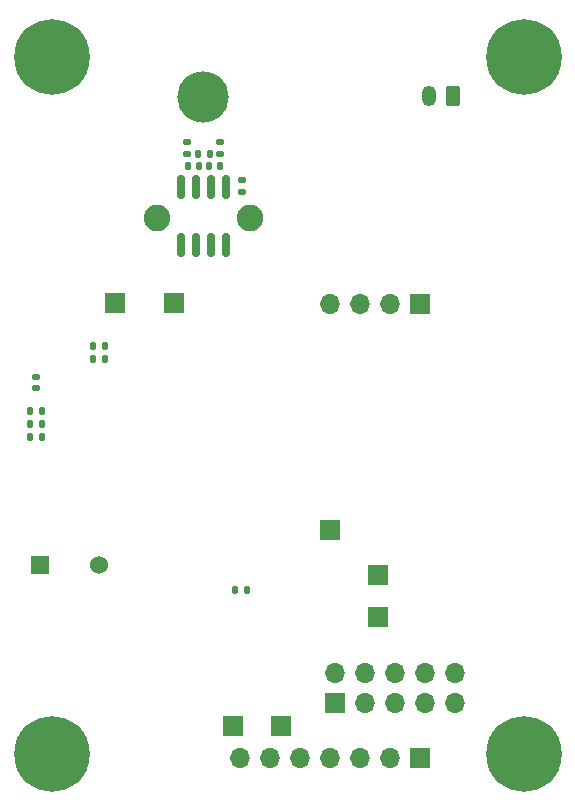
<source format=gbs>
G04 #@! TF.GenerationSoftware,KiCad,Pcbnew,7.0.6*
G04 #@! TF.CreationDate,2024-05-29T18:09:33+12:00*
G04 #@! TF.ProjectId,flight_computer,666c6967-6874-45f6-936f-6d7075746572,rev?*
G04 #@! TF.SameCoordinates,Original*
G04 #@! TF.FileFunction,Soldermask,Bot*
G04 #@! TF.FilePolarity,Negative*
%FSLAX46Y46*%
G04 Gerber Fmt 4.6, Leading zero omitted, Abs format (unit mm)*
G04 Created by KiCad (PCBNEW 7.0.6) date 2024-05-29 18:09:33*
%MOMM*%
%LPD*%
G01*
G04 APERTURE LIST*
G04 Aperture macros list*
%AMRoundRect*
0 Rectangle with rounded corners*
0 $1 Rounding radius*
0 $2 $3 $4 $5 $6 $7 $8 $9 X,Y pos of 4 corners*
0 Add a 4 corners polygon primitive as box body*
4,1,4,$2,$3,$4,$5,$6,$7,$8,$9,$2,$3,0*
0 Add four circle primitives for the rounded corners*
1,1,$1+$1,$2,$3*
1,1,$1+$1,$4,$5*
1,1,$1+$1,$6,$7*
1,1,$1+$1,$8,$9*
0 Add four rect primitives between the rounded corners*
20,1,$1+$1,$2,$3,$4,$5,0*
20,1,$1+$1,$4,$5,$6,$7,0*
20,1,$1+$1,$6,$7,$8,$9,0*
20,1,$1+$1,$8,$9,$2,$3,0*%
G04 Aperture macros list end*
%ADD10C,0.800000*%
%ADD11C,6.400000*%
%ADD12R,1.700000X1.700000*%
%ADD13O,1.700000X1.700000*%
%ADD14RoundRect,0.250000X0.350000X0.625000X-0.350000X0.625000X-0.350000X-0.625000X0.350000X-0.625000X0*%
%ADD15O,1.200000X1.750000*%
%ADD16C,2.250000*%
%ADD17C,4.350000*%
%ADD18R,1.524000X1.524000*%
%ADD19C,1.524000*%
%ADD20RoundRect,0.140000X0.140000X0.170000X-0.140000X0.170000X-0.140000X-0.170000X0.140000X-0.170000X0*%
%ADD21RoundRect,0.150000X-0.150000X0.825000X-0.150000X-0.825000X0.150000X-0.825000X0.150000X0.825000X0*%
%ADD22RoundRect,0.135000X-0.135000X-0.185000X0.135000X-0.185000X0.135000X0.185000X-0.135000X0.185000X0*%
%ADD23RoundRect,0.140000X-0.140000X-0.170000X0.140000X-0.170000X0.140000X0.170000X-0.140000X0.170000X0*%
%ADD24RoundRect,0.135000X0.135000X0.185000X-0.135000X0.185000X-0.135000X-0.185000X0.135000X-0.185000X0*%
%ADD25RoundRect,0.135000X-0.185000X0.135000X-0.185000X-0.135000X0.185000X-0.135000X0.185000X0.135000X0*%
%ADD26RoundRect,0.140000X0.170000X-0.140000X0.170000X0.140000X-0.170000X0.140000X-0.170000X-0.140000X0*%
%ADD27RoundRect,0.140000X-0.170000X0.140000X-0.170000X-0.140000X0.170000X-0.140000X0.170000X0.140000X0*%
G04 APERTURE END LIST*
D10*
X123752944Y-71462500D03*
X124455888Y-69765444D03*
X124455888Y-73159556D03*
X126152944Y-69062500D03*
D11*
X126152944Y-71462500D03*
D10*
X126152944Y-73862500D03*
X127850000Y-69765444D03*
X127850000Y-73159556D03*
X128552944Y-71462500D03*
D12*
X150160000Y-126140000D03*
D13*
X150160000Y-123600000D03*
X152700000Y-126140000D03*
X152700000Y-123600000D03*
X155240000Y-126140000D03*
X155240000Y-123600000D03*
X157780000Y-126140000D03*
X157780000Y-123600000D03*
X160320000Y-126140000D03*
X160320000Y-123600000D03*
D14*
X160120000Y-74750000D03*
D15*
X158120000Y-74750000D03*
D10*
X123752944Y-130462500D03*
X124455888Y-128765444D03*
X124455888Y-132159556D03*
X126152944Y-128062500D03*
D11*
X126152944Y-130462500D03*
D10*
X126152944Y-132862500D03*
X127850000Y-128765444D03*
X127850000Y-132159556D03*
X128552944Y-130462500D03*
D12*
X136500000Y-92300000D03*
X131500000Y-92300000D03*
D16*
X142950000Y-85062500D03*
X135050000Y-85062500D03*
D17*
X139000000Y-74812500D03*
D12*
X153800000Y-118900000D03*
X145600000Y-128100000D03*
D18*
X125200000Y-114500000D03*
D19*
X130200000Y-114500000D03*
D12*
X149700000Y-111500000D03*
D10*
X163722944Y-71462500D03*
X164425888Y-69765444D03*
X164425888Y-73159556D03*
X166122944Y-69062500D03*
D11*
X166122944Y-71462500D03*
D10*
X166122944Y-73862500D03*
X167820000Y-69765444D03*
X167820000Y-73159556D03*
X168522944Y-71462500D03*
D12*
X141500000Y-128100000D03*
X153800000Y-115300000D03*
D10*
X163752944Y-130462500D03*
X164455888Y-128765444D03*
X164455888Y-132159556D03*
X166152944Y-128062500D03*
D11*
X166152944Y-130462500D03*
D10*
X166152944Y-132862500D03*
X167850000Y-128765444D03*
X167850000Y-132159556D03*
X168552944Y-130462500D03*
D20*
X138640000Y-80660000D03*
X137680000Y-80660000D03*
D21*
X137095000Y-82425000D03*
X138365000Y-82425000D03*
X139635000Y-82425000D03*
X140905000Y-82425000D03*
X140905000Y-87375000D03*
X139635000Y-87375000D03*
X138365000Y-87375000D03*
X137095000Y-87375000D03*
D22*
X129690000Y-97000000D03*
X130710000Y-97000000D03*
D20*
X139540000Y-79660000D03*
X138580000Y-79660000D03*
D23*
X141720000Y-116600000D03*
X142680000Y-116600000D03*
D20*
X140460000Y-80660000D03*
X139500000Y-80660000D03*
D12*
X157350000Y-130850000D03*
D13*
X154810000Y-130850000D03*
X152270000Y-130850000D03*
X149730000Y-130850000D03*
X147190000Y-130850000D03*
X144650000Y-130850000D03*
X142110000Y-130850000D03*
X149730000Y-92350000D03*
X152270000Y-92350000D03*
X154810000Y-92350000D03*
D12*
X157350000Y-92350000D03*
D24*
X125310000Y-103600000D03*
X124290000Y-103600000D03*
D25*
X137660000Y-78650000D03*
X137660000Y-79670000D03*
D24*
X125310000Y-102500000D03*
X124290000Y-102500000D03*
D26*
X124800000Y-99480000D03*
X124800000Y-98520000D03*
D27*
X142264500Y-81900000D03*
X142264500Y-82860000D03*
D22*
X129690000Y-95900000D03*
X130710000Y-95900000D03*
D24*
X125310000Y-101400000D03*
X124290000Y-101400000D03*
D25*
X140460000Y-78650000D03*
X140460000Y-79670000D03*
M02*

</source>
